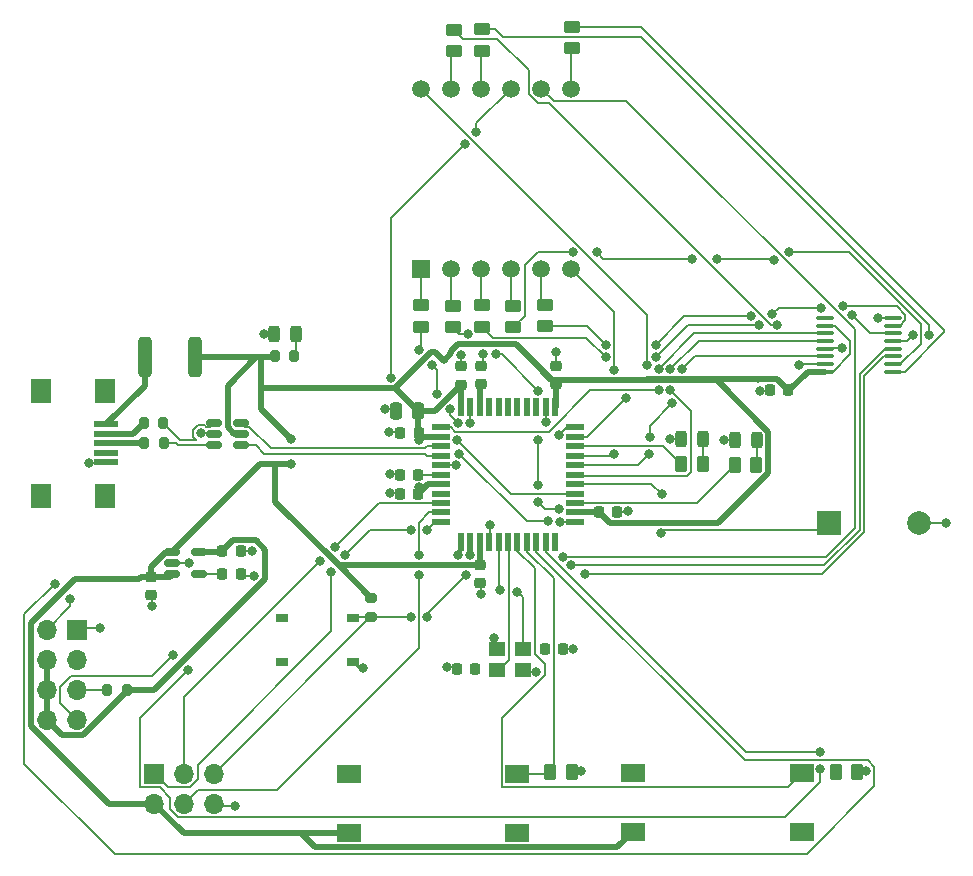
<source format=gbr>
%TF.GenerationSoftware,KiCad,Pcbnew,7.0.1-0*%
%TF.CreationDate,2023-04-20T13:11:41-06:00*%
%TF.ProjectId,Phase_B_ATMEGA_v3,50686173-655f-4425-9f41-544d4547415f,rev?*%
%TF.SameCoordinates,Original*%
%TF.FileFunction,Copper,L1,Top*%
%TF.FilePolarity,Positive*%
%FSLAX46Y46*%
G04 Gerber Fmt 4.6, Leading zero omitted, Abs format (unit mm)*
G04 Created by KiCad (PCBNEW 7.0.1-0) date 2023-04-20 13:11:41*
%MOMM*%
%LPD*%
G01*
G04 APERTURE LIST*
G04 Aperture macros list*
%AMRoundRect*
0 Rectangle with rounded corners*
0 $1 Rounding radius*
0 $2 $3 $4 $5 $6 $7 $8 $9 X,Y pos of 4 corners*
0 Add a 4 corners polygon primitive as box body*
4,1,4,$2,$3,$4,$5,$6,$7,$8,$9,$2,$3,0*
0 Add four circle primitives for the rounded corners*
1,1,$1+$1,$2,$3*
1,1,$1+$1,$4,$5*
1,1,$1+$1,$6,$7*
1,1,$1+$1,$8,$9*
0 Add four rect primitives between the rounded corners*
20,1,$1+$1,$2,$3,$4,$5,0*
20,1,$1+$1,$4,$5,$6,$7,0*
20,1,$1+$1,$6,$7,$8,$9,0*
20,1,$1+$1,$8,$9,$2,$3,0*%
G04 Aperture macros list end*
%TA.AperFunction,SMDPad,CuDef*%
%ADD10RoundRect,0.225000X-0.225000X-0.250000X0.225000X-0.250000X0.225000X0.250000X-0.225000X0.250000X0*%
%TD*%
%TA.AperFunction,SMDPad,CuDef*%
%ADD11RoundRect,0.225000X0.250000X-0.225000X0.250000X0.225000X-0.250000X0.225000X-0.250000X-0.225000X0*%
%TD*%
%TA.AperFunction,SMDPad,CuDef*%
%ADD12RoundRect,0.250000X-0.312500X-1.450000X0.312500X-1.450000X0.312500X1.450000X-0.312500X1.450000X0*%
%TD*%
%TA.AperFunction,SMDPad,CuDef*%
%ADD13RoundRect,0.250000X0.450000X-0.262500X0.450000X0.262500X-0.450000X0.262500X-0.450000X-0.262500X0*%
%TD*%
%TA.AperFunction,SMDPad,CuDef*%
%ADD14R,2.000000X1.500000*%
%TD*%
%TA.AperFunction,SMDPad,CuDef*%
%ADD15RoundRect,0.243750X-0.243750X-0.456250X0.243750X-0.456250X0.243750X0.456250X-0.243750X0.456250X0*%
%TD*%
%TA.AperFunction,SMDPad,CuDef*%
%ADD16RoundRect,0.250000X-0.262500X-0.450000X0.262500X-0.450000X0.262500X0.450000X-0.262500X0.450000X0*%
%TD*%
%TA.AperFunction,SMDPad,CuDef*%
%ADD17RoundRect,0.200000X0.200000X0.275000X-0.200000X0.275000X-0.200000X-0.275000X0.200000X-0.275000X0*%
%TD*%
%TA.AperFunction,SMDPad,CuDef*%
%ADD18RoundRect,0.250000X0.250000X0.475000X-0.250000X0.475000X-0.250000X-0.475000X0.250000X-0.475000X0*%
%TD*%
%TA.AperFunction,SMDPad,CuDef*%
%ADD19RoundRect,0.100000X0.637500X0.100000X-0.637500X0.100000X-0.637500X-0.100000X0.637500X-0.100000X0*%
%TD*%
%TA.AperFunction,SMDPad,CuDef*%
%ADD20R,1.700000X2.000000*%
%TD*%
%TA.AperFunction,SMDPad,CuDef*%
%ADD21R,2.000000X0.500000*%
%TD*%
%TA.AperFunction,SMDPad,CuDef*%
%ADD22RoundRect,0.250000X-0.450000X0.262500X-0.450000X-0.262500X0.450000X-0.262500X0.450000X0.262500X0*%
%TD*%
%TA.AperFunction,SMDPad,CuDef*%
%ADD23R,1.000000X0.700000*%
%TD*%
%TA.AperFunction,SMDPad,CuDef*%
%ADD24RoundRect,0.200000X-0.200000X-0.275000X0.200000X-0.275000X0.200000X0.275000X-0.200000X0.275000X0*%
%TD*%
%TA.AperFunction,SMDPad,CuDef*%
%ADD25RoundRect,0.150000X-0.512500X-0.150000X0.512500X-0.150000X0.512500X0.150000X-0.512500X0.150000X0*%
%TD*%
%TA.AperFunction,ComponentPad*%
%ADD26C,2.000000*%
%TD*%
%TA.AperFunction,ComponentPad*%
%ADD27R,2.000000X2.000000*%
%TD*%
%TA.AperFunction,SMDPad,CuDef*%
%ADD28RoundRect,0.200000X-0.275000X0.200000X-0.275000X-0.200000X0.275000X-0.200000X0.275000X0.200000X0*%
%TD*%
%TA.AperFunction,SMDPad,CuDef*%
%ADD29R,1.400000X1.200000*%
%TD*%
%TA.AperFunction,SMDPad,CuDef*%
%ADD30RoundRect,0.225000X-0.250000X0.225000X-0.250000X-0.225000X0.250000X-0.225000X0.250000X0.225000X0*%
%TD*%
%TA.AperFunction,ComponentPad*%
%ADD31O,1.700000X1.700000*%
%TD*%
%TA.AperFunction,ComponentPad*%
%ADD32R,1.700000X1.700000*%
%TD*%
%TA.AperFunction,SMDPad,CuDef*%
%ADD33RoundRect,0.225000X0.225000X0.250000X-0.225000X0.250000X-0.225000X-0.250000X0.225000X-0.250000X0*%
%TD*%
%TA.AperFunction,ComponentPad*%
%ADD34C,1.500000*%
%TD*%
%TA.AperFunction,ComponentPad*%
%ADD35R,1.500000X1.500000*%
%TD*%
%TA.AperFunction,SMDPad,CuDef*%
%ADD36R,0.550000X1.500000*%
%TD*%
%TA.AperFunction,SMDPad,CuDef*%
%ADD37R,1.500000X0.550000*%
%TD*%
%TA.AperFunction,ViaPad*%
%ADD38C,0.800000*%
%TD*%
%TA.AperFunction,Conductor*%
%ADD39C,0.508000*%
%TD*%
%TA.AperFunction,Conductor*%
%ADD40C,0.203200*%
%TD*%
%TA.AperFunction,Conductor*%
%ADD41C,0.200000*%
%TD*%
G04 APERTURE END LIST*
D10*
%TO.P,C15,2*%
%TO.N,GND*%
X148100000Y-75450000D03*
%TO.P,C15,1*%
%TO.N,Net-(U5-BP)*%
X146550000Y-75450000D03*
%TD*%
D11*
%TO.P,C5,2*%
%TO.N,GND*%
X166750000Y-57875000D03*
%TO.P,C5,1*%
%TO.N,+5V*%
X166750000Y-59425000D03*
%TD*%
D12*
%TO.P,F1,2*%
%TO.N,+5V*%
X144287500Y-57100000D03*
%TO.P,F1,1*%
%TO.N,Net-(J2-VBUS)*%
X140012500Y-57100000D03*
%TD*%
D10*
%TO.P,C2,2*%
%TO.N,XTAL1*%
X167950000Y-83500000D03*
%TO.P,C2,1*%
%TO.N,GND*%
X166400000Y-83500000D03*
%TD*%
D13*
%TO.P,R7,2*%
%TO.N,Net-(U1-c)*%
X171200000Y-52760000D03*
%TO.P,R7,1*%
%TO.N,c*%
X171200000Y-54585000D03*
%TD*%
D10*
%TO.P,C3,2*%
%TO.N,GND*%
X175400000Y-81800000D03*
%TO.P,C3,1*%
%TO.N,XTAL2*%
X173850000Y-81800000D03*
%TD*%
D13*
%TO.P,R9,2*%
%TO.N,Net-(U1-e)*%
X163400000Y-52685000D03*
%TO.P,R9,1*%
%TO.N,e*%
X163400000Y-54510000D03*
%TD*%
D14*
%TO.P,S1,D1,COM_2*%
%TO.N,unconnected-(S1-COM_2-PadD1)*%
X171550000Y-97400000D03*
%TO.P,S1,C1,COM_1*%
%TO.N,+5V*%
X157250000Y-97400000D03*
%TO.P,S1,B1,NO_2*%
%TO.N,Button_1*%
X171550000Y-92400000D03*
%TO.P,S1,A1,NO_1*%
%TO.N,unconnected-(S1-NO_1-PadA1)*%
X157250000Y-92400000D03*
%TD*%
D15*
%TO.P,D1,2,A*%
%TO.N,Net-(D1-A)*%
X187237500Y-64050000D03*
%TO.P,D1,1,K*%
%TO.N,GND*%
X185362500Y-64050000D03*
%TD*%
D14*
%TO.P,S2,D1,COM_2*%
%TO.N,unconnected-(S2-COM_2-PadD1)*%
X195600000Y-97300000D03*
%TO.P,S2,C1,COM_1*%
%TO.N,+5V*%
X181300000Y-97300000D03*
%TO.P,S2,B1,NO_2*%
%TO.N,Button_2*%
X195600000Y-92300000D03*
%TO.P,S2,A1,NO_1*%
%TO.N,unconnected-(S2-NO_1-PadA1)*%
X181300000Y-92300000D03*
%TD*%
D13*
%TO.P,R11,2*%
%TO.N,Net-(U1-g)*%
X173850000Y-52660000D03*
%TO.P,R11,1*%
%TO.N,g*%
X173850000Y-54485000D03*
%TD*%
D16*
%TO.P,R2,2*%
%TO.N,GND*%
X200325000Y-92250000D03*
%TO.P,R2,1*%
%TO.N,Button_2*%
X198500000Y-92250000D03*
%TD*%
D17*
%TO.P,R17,2*%
%TO.N,Net-(J3-Pin_5)*%
X136815000Y-85290000D03*
%TO.P,R17,1*%
%TO.N,+3.3V*%
X138465000Y-85290000D03*
%TD*%
D18*
%TO.P,C8,2*%
%TO.N,GND*%
X161250000Y-61650000D03*
%TO.P,C8,1*%
%TO.N,+5V*%
X163150000Y-61650000D03*
%TD*%
D19*
%TO.P,U2,16,VCC*%
%TO.N,+5V*%
X197587500Y-58325000D03*
%TO.P,U2,15,QA*%
%TO.N,a*%
X197587500Y-57675000D03*
%TO.P,U2,14,SER*%
%TO.N,DS*%
X197587500Y-57025000D03*
%TO.P,U2,13,~{OE}*%
%TO.N,GND*%
X197587500Y-56375000D03*
%TO.P,U2,12,RCLK*%
%TO.N,ST_CP*%
X197587500Y-55725000D03*
%TO.P,U2,11,SRCLK*%
%TO.N,SH_CP*%
X197587500Y-55075000D03*
%TO.P,U2,10,~{SRCLR}*%
%TO.N,+5V*%
X197587500Y-54425000D03*
%TO.P,U2,9,QH'*%
%TO.N,unconnected-(U2-QH'-Pad9)*%
X197587500Y-53775000D03*
%TO.P,U2,8,GND*%
%TO.N,GND*%
X203312500Y-53775000D03*
%TO.P,U2,7,QH*%
%TO.N,dp*%
X203312500Y-54425000D03*
%TO.P,U2,6,QG*%
%TO.N,g*%
X203312500Y-55075000D03*
%TO.P,U2,5,QF*%
%TO.N,f*%
X203312500Y-55725000D03*
%TO.P,U2,4,QE*%
%TO.N,e*%
X203312500Y-56375000D03*
%TO.P,U2,3,QD*%
%TO.N,d*%
X203312500Y-57025000D03*
%TO.P,U2,2,QC*%
%TO.N,c*%
X203312500Y-57675000D03*
%TO.P,U2,1,QB*%
%TO.N,b*%
X203312500Y-58325000D03*
%TD*%
D20*
%TO.P,J2,6,Shield*%
%TO.N,unconnected-(J2-Shield-Pad6)*%
X131175000Y-68850000D03*
X136625000Y-68850000D03*
X131175000Y-59950000D03*
X136625000Y-59950000D03*
D21*
%TO.P,J2,5,GND*%
%TO.N,GND*%
X136725000Y-66000000D03*
%TO.P,J2,4,ID*%
%TO.N,unconnected-(J2-ID-Pad4)*%
X136725000Y-65200000D03*
%TO.P,J2,3,D+*%
%TO.N,Net-(J2-D+)*%
X136725000Y-64400000D03*
%TO.P,J2,2,D-*%
%TO.N,Net-(J2-D-)*%
X136725000Y-63600000D03*
%TO.P,J2,1,VBUS*%
%TO.N,Net-(J2-VBUS)*%
X136725000Y-62800000D03*
%TD*%
D13*
%TO.P,R12,2*%
%TO.N,Net-(U1-DPX)*%
X168550000Y-52697500D03*
%TO.P,R12,1*%
%TO.N,dp*%
X168550000Y-54522500D03*
%TD*%
D15*
%TO.P,D2,2,A*%
%TO.N,Net-(D2-A)*%
X191850000Y-64150000D03*
%TO.P,D2,1,K*%
%TO.N,GND*%
X189975000Y-64150000D03*
%TD*%
D22*
%TO.P,R6,2*%
%TO.N,Net-(U1-b)*%
X176150000Y-30962500D03*
%TO.P,R6,1*%
%TO.N,b*%
X176150000Y-29137500D03*
%TD*%
D23*
%TO.P,S3,4*%
%TO.N,N/C*%
X151600000Y-79200000D03*
%TO.P,S3,3*%
%TO.N,RST*%
X157600000Y-79200000D03*
%TO.P,S3,2*%
%TO.N,N/C*%
X151600000Y-82900000D03*
%TO.P,S3,1*%
%TO.N,GND*%
X157600000Y-82900000D03*
%TD*%
D15*
%TO.P,D3,2,A*%
%TO.N,Net-(D3-A)*%
X152800000Y-55100000D03*
%TO.P,D3,1,K*%
%TO.N,GND*%
X150925000Y-55100000D03*
%TD*%
D24*
%TO.P,R14,2*%
%TO.N,USB_CONN_D+*%
X141600000Y-64400000D03*
%TO.P,R14,1*%
%TO.N,Net-(J2-D+)*%
X139950000Y-64400000D03*
%TD*%
D25*
%TO.P,U5,5,VOUT*%
%TO.N,+3.3V*%
X144600000Y-73600000D03*
%TO.P,U5,4,BP*%
%TO.N,Net-(U5-BP)*%
X144600000Y-75500000D03*
%TO.P,U5,3,ON/~{OFF}*%
%TO.N,+5V*%
X142325000Y-75500000D03*
%TO.P,U5,2,GND*%
%TO.N,GND*%
X142325000Y-74550000D03*
%TO.P,U5,1,VIN*%
%TO.N,+5V*%
X142325000Y-73600000D03*
%TD*%
D16*
%TO.P,R1,2*%
%TO.N,GND*%
X176125000Y-92200000D03*
%TO.P,R1,1*%
%TO.N,Button_1*%
X174300000Y-92200000D03*
%TD*%
D10*
%TO.P,C14,2*%
%TO.N,GND*%
X148100000Y-73550000D03*
%TO.P,C14,1*%
%TO.N,+3.3V*%
X146550000Y-73550000D03*
%TD*%
D26*
%TO.P,LS1,2,2*%
%TO.N,GND*%
X205550000Y-71100000D03*
D27*
%TO.P,LS1,1,1*%
%TO.N,Buzzer*%
X197950000Y-71100000D03*
%TD*%
D13*
%TO.P,R8,2*%
%TO.N,Net-(U1-d)*%
X166050000Y-52760000D03*
%TO.P,R8,1*%
%TO.N,d*%
X166050000Y-54585000D03*
%TD*%
D28*
%TO.P,R13,2*%
%TO.N,RST*%
X159150000Y-79100000D03*
%TO.P,R13,1*%
%TO.N,+5V*%
X159150000Y-77450000D03*
%TD*%
D22*
%TO.P,R10,2*%
%TO.N,Net-(U1-f)*%
X168550000Y-31162500D03*
%TO.P,R10,1*%
%TO.N,f*%
X168550000Y-29337500D03*
%TD*%
%TO.P,R5,2*%
%TO.N,Net-(U1-a)*%
X166150000Y-31200000D03*
%TO.P,R5,1*%
%TO.N,a*%
X166150000Y-29375000D03*
%TD*%
D10*
%TO.P,C11,2*%
%TO.N,GND*%
X179975000Y-70200000D03*
%TO.P,C11,1*%
%TO.N,+5V*%
X178425000Y-70200000D03*
%TD*%
D29*
%TO.P,Y1,4,4*%
%TO.N,GND*%
X169800000Y-81850000D03*
%TO.P,Y1,3,3*%
%TO.N,XTAL2*%
X172000000Y-81850000D03*
%TO.P,Y1,2,2*%
%TO.N,GND*%
X172000000Y-83550000D03*
%TO.P,Y1,1,1*%
%TO.N,XTAL1*%
X169800000Y-83550000D03*
%TD*%
D24*
%TO.P,R15,2*%
%TO.N,USB_CONN_D-*%
X141575000Y-62700000D03*
%TO.P,R15,1*%
%TO.N,Net-(J2-D-)*%
X139925000Y-62700000D03*
%TD*%
D16*
%TO.P,R3,2*%
%TO.N,Net-(D1-A)*%
X187250000Y-66150000D03*
%TO.P,R3,1*%
%TO.N,RED_LED*%
X185425000Y-66150000D03*
%TD*%
D24*
%TO.P,R16,2*%
%TO.N,Net-(D3-A)*%
X152645000Y-57015000D03*
%TO.P,R16,1*%
%TO.N,+5V*%
X150995000Y-57015000D03*
%TD*%
D30*
%TO.P,C6,2*%
%TO.N,GND*%
X168400000Y-76225000D03*
%TO.P,C6,1*%
%TO.N,+5V*%
X168400000Y-74675000D03*
%TD*%
D31*
%TO.P,J1,6,GND*%
%TO.N,GND*%
X145850000Y-94890000D03*
%TO.P,J1,5,~{RST}*%
%TO.N,RST*%
X145850000Y-92350000D03*
%TO.P,J1,4,MOSI*%
%TO.N,MOSI*%
X143310000Y-94890000D03*
%TO.P,J1,3,SCK*%
%TO.N,SCK*%
X143310000Y-92350000D03*
%TO.P,J1,2,VCC*%
%TO.N,+5V*%
X140770000Y-94890000D03*
D32*
%TO.P,J1,1,MISO*%
%TO.N,MISO*%
X140770000Y-92350000D03*
%TD*%
D11*
%TO.P,C4,2*%
%TO.N,GND*%
X174800000Y-57850000D03*
%TO.P,C4,1*%
%TO.N,+5V*%
X174800000Y-59400000D03*
%TD*%
D33*
%TO.P,C7,2*%
%TO.N,GND*%
X161625000Y-63500000D03*
%TO.P,C7,1*%
%TO.N,+5V*%
X163175000Y-63500000D03*
%TD*%
D34*
%TO.P,U1,12,CA1*%
%TO.N,Dig1*%
X163400000Y-34360000D03*
%TO.P,U1,11,a*%
%TO.N,Net-(U1-a)*%
X165940000Y-34360000D03*
%TO.P,U1,10,f*%
%TO.N,Net-(U1-f)*%
X168480000Y-34360000D03*
%TO.P,U1,9,CA2*%
%TO.N,Dig2*%
X171020000Y-34360000D03*
%TO.P,U1,8,CA3*%
%TO.N,Dig3*%
X173560000Y-34360000D03*
%TO.P,U1,7,b*%
%TO.N,Net-(U1-b)*%
X176100000Y-34360000D03*
%TO.P,U1,6,CA4*%
%TO.N,Dig4*%
X176100000Y-49600000D03*
%TO.P,U1,5,g*%
%TO.N,Net-(U1-g)*%
X173560000Y-49600000D03*
%TO.P,U1,4,c*%
%TO.N,Net-(U1-c)*%
X171020000Y-49600000D03*
%TO.P,U1,3,DPX*%
%TO.N,Net-(U1-DPX)*%
X168480000Y-49600000D03*
%TO.P,U1,2,d*%
%TO.N,Net-(U1-d)*%
X165940000Y-49600000D03*
D35*
%TO.P,U1,1,e*%
%TO.N,Net-(U1-e)*%
X163400000Y-49600000D03*
%TD*%
D16*
%TO.P,R4,2*%
%TO.N,Net-(D2-A)*%
X191785000Y-66210000D03*
%TO.P,R4,1*%
%TO.N,GREEN_LED*%
X189960000Y-66210000D03*
%TD*%
D36*
%TO.P,U3,44,AVCC*%
%TO.N,+5V*%
X166750000Y-61350000D03*
%TO.P,U3,43,GND*%
%TO.N,GND*%
X167550000Y-61350000D03*
%TO.P,U3,42,AREF*%
%TO.N,/AREF*%
X168350000Y-61350000D03*
%TO.P,U3,41,PF0*%
%TO.N,unconnected-(U3-PF0-Pad41)*%
X169150000Y-61350000D03*
%TO.P,U3,40,PF1*%
%TO.N,unconnected-(U3-PF1-Pad40)*%
X169950000Y-61350000D03*
%TO.P,U3,39,PF4*%
%TO.N,unconnected-(U3-PF4-Pad39)*%
X170750000Y-61350000D03*
%TO.P,U3,38,PF5*%
%TO.N,unconnected-(U3-PF5-Pad38)*%
X171550000Y-61350000D03*
%TO.P,U3,37,PF6*%
%TO.N,unconnected-(U3-PF6-Pad37)*%
X172350000Y-61350000D03*
%TO.P,U3,36,PF7*%
%TO.N,unconnected-(U3-PF7-Pad36)*%
X173150000Y-61350000D03*
%TO.P,U3,35,GND*%
%TO.N,GND*%
X173950000Y-61350000D03*
%TO.P,U3,34,VCC*%
%TO.N,+5V*%
X174750000Y-61350000D03*
D37*
%TO.P,U3,33,~{HWB}/PE2*%
%TO.N,GND*%
X176450000Y-63050000D03*
%TO.P,U3,32,PC7*%
%TO.N,Dig1*%
X176450000Y-63850000D03*
%TO.P,U3,31,PC6*%
%TO.N,RED_LED*%
X176450000Y-64650000D03*
%TO.P,U3,30,PB6*%
%TO.N,Dig4*%
X176450000Y-65450000D03*
%TO.P,U3,29,PB5*%
%TO.N,DS*%
X176450000Y-66250000D03*
%TO.P,U3,28,PB4*%
%TO.N,ST_CP*%
X176450000Y-67050000D03*
%TO.P,U3,27,PD7*%
%TO.N,Buzzer*%
X176450000Y-67850000D03*
%TO.P,U3,26,PD6*%
%TO.N,Dig2*%
X176450000Y-68650000D03*
%TO.P,U3,25,PD4*%
%TO.N,GREEN_LED*%
X176450000Y-69450000D03*
%TO.P,U3,24,AVCC*%
%TO.N,+5V*%
X176450000Y-70250000D03*
%TO.P,U3,23,GND*%
%TO.N,GND*%
X176450000Y-71050000D03*
D36*
%TO.P,U3,22,PD5*%
%TO.N,unconnected-(U3-PD5-Pad22)*%
X174750000Y-72750000D03*
%TO.P,U3,21,PD3*%
%TO.N,RX*%
X173950000Y-72750000D03*
%TO.P,U3,20,PD2*%
%TO.N,TX*%
X173150000Y-72750000D03*
%TO.P,U3,19,PD1*%
%TO.N,Button_1*%
X172350000Y-72750000D03*
%TO.P,U3,18,PD0*%
%TO.N,Button_2*%
X171550000Y-72750000D03*
%TO.P,U3,17,XTAL1*%
%TO.N,XTAL1*%
X170750000Y-72750000D03*
%TO.P,U3,16,XTAL2*%
%TO.N,XTAL2*%
X169950000Y-72750000D03*
%TO.P,U3,15,GND*%
%TO.N,GND*%
X169150000Y-72750000D03*
%TO.P,U3,14,VCC*%
%TO.N,+5V*%
X168350000Y-72750000D03*
%TO.P,U3,13,~{RESET}*%
%TO.N,RST*%
X167550000Y-72750000D03*
%TO.P,U3,12,PB7*%
%TO.N,Dig3*%
X166750000Y-72750000D03*
D37*
%TO.P,U3,11,PB3*%
%TO.N,MISO*%
X165050000Y-71050000D03*
%TO.P,U3,10,PB2*%
%TO.N,MOSI*%
X165050000Y-70250000D03*
%TO.P,U3,9,PB1*%
%TO.N,SCK*%
X165050000Y-69450000D03*
%TO.P,U3,8,PB0*%
%TO.N,unconnected-(U3-PB0-Pad8)*%
X165050000Y-68650000D03*
%TO.P,U3,7,VBUS*%
%TO.N,+5V*%
X165050000Y-67850000D03*
%TO.P,U3,6,UCAP*%
%TO.N,/UCAP*%
X165050000Y-67050000D03*
%TO.P,U3,5,UGND*%
%TO.N,GND*%
X165050000Y-66250000D03*
%TO.P,U3,4,D+*%
%TO.N,USB_D+*%
X165050000Y-65450000D03*
%TO.P,U3,3,D-*%
%TO.N,USB_D-*%
X165050000Y-64650000D03*
%TO.P,U3,2,UVCC*%
%TO.N,+5V*%
X165050000Y-63850000D03*
%TO.P,U3,1,PE6*%
%TO.N,SH_CP*%
X165050000Y-63050000D03*
%TD*%
D33*
%TO.P,C10,2*%
%TO.N,GND*%
X161600000Y-68650000D03*
%TO.P,C10,1*%
%TO.N,+5V*%
X163150000Y-68650000D03*
%TD*%
D25*
%TO.P,U4,6,I/O1*%
%TO.N,USB_D-*%
X148137500Y-62650000D03*
%TO.P,U4,5,VBUS*%
%TO.N,+5V*%
X148137500Y-63600000D03*
%TO.P,U4,4,I/O2*%
%TO.N,USB_D+*%
X148137500Y-64550000D03*
%TO.P,U4,3,I/O2*%
%TO.N,USB_CONN_D+*%
X145862500Y-64550000D03*
%TO.P,U4,2,GND*%
%TO.N,GND*%
X145862500Y-63600000D03*
%TO.P,U4,1,I/O1*%
%TO.N,USB_CONN_D-*%
X145862500Y-62650000D03*
%TD*%
D31*
%TO.P,J3,8,Pin_8*%
%TO.N,+3.3V*%
X131700000Y-87780000D03*
%TO.P,J3,7,Pin_7*%
%TO.N,RX*%
X134240000Y-87780000D03*
%TO.P,J3,6,Pin_6*%
%TO.N,+3.3V*%
X131700000Y-85240000D03*
%TO.P,J3,5,Pin_5*%
%TO.N,Net-(J3-Pin_5)*%
X134240000Y-85240000D03*
%TO.P,J3,4,Pin_4*%
%TO.N,+3.3V*%
X131700000Y-82700000D03*
%TO.P,J3,3,Pin_3*%
%TO.N,unconnected-(J3-Pin_3-Pad3)*%
X134240000Y-82700000D03*
%TO.P,J3,2,Pin_2*%
%TO.N,TX*%
X131700000Y-80160000D03*
D32*
%TO.P,J3,1,Pin_1*%
%TO.N,GND*%
X134240000Y-80160000D03*
%TD*%
D30*
%TO.P,C13,2*%
%TO.N,GND*%
X140500000Y-77225000D03*
%TO.P,C13,1*%
%TO.N,+5V*%
X140500000Y-75675000D03*
%TD*%
D33*
%TO.P,C9,2*%
%TO.N,GND*%
X161600000Y-67050000D03*
%TO.P,C9,1*%
%TO.N,/UCAP*%
X163150000Y-67050000D03*
%TD*%
%TO.P,C1,2*%
%TO.N,GND*%
X192925000Y-59900000D03*
%TO.P,C1,1*%
%TO.N,+5V*%
X194475000Y-59900000D03*
%TD*%
D11*
%TO.P,C12,2*%
%TO.N,GND*%
X168500000Y-57850000D03*
%TO.P,C12,1*%
%TO.N,/AREF*%
X168500000Y-59400000D03*
%TD*%
D38*
%TO.N,+5V*%
X152350000Y-66150000D03*
X163196495Y-64125500D03*
X152350000Y-64000000D03*
X163200000Y-68124500D03*
%TO.N,GND*%
X176250000Y-81800000D03*
X180900000Y-70150000D03*
X202100000Y-53750000D03*
X176950000Y-92100000D03*
X136200000Y-79990000D03*
X207800000Y-71150000D03*
X150050000Y-55100000D03*
X166800000Y-56900000D03*
X175100498Y-63700000D03*
X167550000Y-62700000D03*
X158500000Y-83400000D03*
X175150000Y-71050000D03*
X147650000Y-95100000D03*
X192050000Y-59950000D03*
X160750000Y-66950000D03*
X149100000Y-73550000D03*
X174850000Y-56700000D03*
X173150000Y-83750000D03*
X160750000Y-68600000D03*
X160650000Y-63450000D03*
X160300000Y-61450000D03*
X174000000Y-62600000D03*
X165550000Y-83350000D03*
X144762500Y-63550000D03*
X169600000Y-80850000D03*
X135250000Y-66100000D03*
X149250000Y-75600000D03*
X169200000Y-71350000D03*
X199000000Y-56350000D03*
X201050000Y-92100000D03*
X140600000Y-78150000D03*
X189000000Y-64100000D03*
X168450000Y-77150000D03*
X168650000Y-56850000D03*
X143700000Y-74550000D03*
X166350000Y-66250000D03*
X184450000Y-64000000D03*
%TO.N,XTAL2*%
X171502700Y-76950000D03*
X170100500Y-76850000D03*
%TO.N,MISO*%
X163901100Y-71700000D03*
X156928516Y-73871500D03*
X155796484Y-75303516D03*
X162498900Y-71700000D03*
%TO.N,SCK*%
X154846484Y-74353516D03*
X156078516Y-73171484D03*
%TO.N,MOSI*%
X163200000Y-75578500D03*
X163200000Y-73871500D03*
%TO.N,RST*%
X162498900Y-79100000D03*
X167200000Y-75578500D03*
X163901100Y-79100000D03*
X167495519Y-73871500D03*
%TO.N,TX*%
X132350000Y-76300000D03*
X133686449Y-77536449D03*
%TO.N,RX*%
X143657386Y-83607386D03*
X197150000Y-90547300D03*
X142350000Y-82350000D03*
X197199502Y-91949500D03*
%TO.N,Buzzer*%
X183750000Y-68722300D03*
X183700000Y-72003500D03*
%TO.N,a*%
X195400000Y-57726100D03*
X193550000Y-54373900D03*
%TO.N,c*%
X176249247Y-48200753D03*
X194520753Y-48179247D03*
X193254247Y-48895753D03*
X188435648Y-48814352D03*
X178240753Y-48209247D03*
X186350000Y-48750000D03*
%TO.N,d*%
X175101246Y-69945062D03*
X169700000Y-56849500D03*
X173300000Y-59950000D03*
X173250000Y-64102700D03*
X167329387Y-55142500D03*
X173300000Y-69351100D03*
X177250000Y-75450000D03*
X173300000Y-67948900D03*
%TO.N,e*%
X176067039Y-74703733D03*
X166587524Y-65262476D03*
X164708984Y-60258984D03*
X165866016Y-61516016D03*
X163171484Y-56521484D03*
X166550000Y-62700500D03*
X174100000Y-71000000D03*
X164303516Y-57803516D03*
%TO.N,f*%
X204998900Y-55263504D03*
X206401100Y-55250000D03*
%TO.N,g*%
X183250212Y-56050497D03*
X191287387Y-53649103D03*
X199852508Y-53511002D03*
X179048900Y-56100000D03*
%TO.N,dp*%
X191994142Y-54355858D03*
X197279247Y-52920753D03*
X199145753Y-52804247D03*
X193139788Y-53462456D03*
X179048900Y-57100000D03*
X183250212Y-57050000D03*
%TO.N,Dig4*%
X179693438Y-65301100D03*
X179750000Y-58171500D03*
%TO.N,Dig3*%
X166496016Y-73871500D03*
X175360284Y-73996978D03*
%TO.N,Dig2*%
X166419255Y-64102700D03*
X168065753Y-38034247D03*
X167124247Y-39075753D03*
X160871484Y-58821484D03*
%TO.N,Dig1*%
X182549112Y-57792080D03*
X180700000Y-60579600D03*
%TO.N,SH_CP*%
X183500000Y-58100000D03*
X183500000Y-59878500D03*
%TO.N,ST_CP*%
X184499177Y-58125500D03*
X184499503Y-59878500D03*
%TO.N,DS*%
X185508092Y-58108092D03*
X182700000Y-65301100D03*
X184633814Y-61004317D03*
X182750000Y-63898900D03*
%TD*%
D39*
%TO.N,+5V*%
X140500000Y-75675000D02*
X140500000Y-74858315D01*
X151050000Y-66150000D02*
X149775000Y-66150000D01*
D40*
X199701600Y-56866348D02*
X199701600Y-55701600D01*
D39*
X168350000Y-74725000D02*
X168400000Y-74675000D01*
X139683315Y-75675000D02*
X139466000Y-75892315D01*
X164196000Y-56704000D02*
X164604000Y-56704000D01*
X192800000Y-63413232D02*
X192800000Y-66903106D01*
X163150000Y-63475000D02*
X163175000Y-63500000D01*
X165946000Y-56754000D02*
X165946000Y-56546261D01*
X163200000Y-68600000D02*
X163150000Y-68650000D01*
X153200000Y-97400000D02*
X154404000Y-98604000D01*
X194475000Y-59900000D02*
X194533000Y-59900000D01*
X149850000Y-59700000D02*
X149850000Y-61500000D01*
X191829000Y-58979000D02*
X191900000Y-59050000D01*
X149450000Y-57100000D02*
X149850000Y-57100000D01*
X141758315Y-73600000D02*
X142325000Y-73600000D01*
%TO.N,+3.3V*%
X149378739Y-72621000D02*
X150150000Y-73392261D01*
X146500000Y-73600000D02*
X146550000Y-73550000D01*
X138465000Y-85290000D02*
X138465000Y-85399135D01*
X134780135Y-89084000D02*
X133004000Y-89084000D01*
D40*
%TO.N,MISO*%
X144461600Y-92827009D02*
X143787009Y-93501600D01*
%TO.N,RST*%
X159100000Y-79100000D02*
X159150000Y-79100000D01*
%TO.N,TX*%
X201198400Y-91248400D02*
X201751600Y-91801600D01*
%TO.N,RX*%
X132851600Y-84999791D02*
X133762991Y-84088400D01*
X142158400Y-95367009D02*
X142832991Y-96041600D01*
X142158400Y-94412991D02*
X142158400Y-95367009D01*
%TO.N,Button_1*%
X174100000Y-92400000D02*
X174300000Y-92200000D01*
%TO.N,Button_2*%
X173851600Y-84040613D02*
X173851600Y-83051600D01*
%TO.N,RED_LED*%
X179278500Y-64600000D02*
X179228500Y-64650000D01*
%TO.N,a*%
X174189895Y-35560105D02*
X173272918Y-35560105D01*
%TO.N,b*%
X207700000Y-54943313D02*
X207700000Y-54841600D01*
%TO.N,c*%
X173299247Y-48200753D02*
X172201600Y-49298400D01*
X205700000Y-55942948D02*
X205700000Y-54250000D01*
%TO.N,e*%
X200508000Y-71715410D02*
X197519677Y-74703733D01*
%TO.N,f*%
X170301600Y-29951600D02*
X169687500Y-29337500D01*
%TO.N,dp*%
X204400000Y-53992948D02*
X204400000Y-53557052D01*
D41*
%TO.N,USB_CONN_D+*%
X142638603Y-64400000D02*
X142788603Y-64550000D01*
%TO.N,USB_CONN_D-*%
X144062500Y-63260050D02*
X144472550Y-62850000D01*
X145052450Y-62850000D02*
X145202450Y-63000000D01*
X144322549Y-64099999D02*
X144062500Y-63839950D01*
D40*
%TO.N,Dig3*%
X197656222Y-73996978D02*
X200104800Y-71548400D01*
%TO.N,SH_CP*%
X166251600Y-63401600D02*
X165900000Y-63050000D01*
%TO.N,ST_CP*%
X186239100Y-66828480D02*
X185915980Y-67151600D01*
%TO.N,DS*%
X185500000Y-58125500D02*
X185500000Y-58116184D01*
D41*
%TO.N,USB_D-*%
X163749999Y-64825000D02*
X163924999Y-64650000D01*
X148487500Y-63000000D02*
X148836396Y-63000000D01*
%TO.N,USB_D+*%
X163749999Y-65275000D02*
X163924999Y-65450000D01*
X149401103Y-64550000D02*
X150126103Y-65275000D01*
D39*
%TO.N,+5V*%
X166750000Y-59425000D02*
X166750000Y-61350000D01*
X152350000Y-66150000D02*
X151050000Y-66150000D01*
X130396000Y-79619865D02*
X130396000Y-88346000D01*
X192800000Y-66903106D02*
X188553106Y-71150000D01*
X188411768Y-59025000D02*
X192800000Y-63413232D01*
X144287500Y-57100000D02*
X149450000Y-57100000D01*
X147021000Y-59529000D02*
X147021000Y-63050185D01*
X146187500Y-69737500D02*
X142325000Y-73600000D01*
X165300000Y-57400000D02*
X165946000Y-56754000D01*
X188553106Y-71150000D02*
X179375000Y-71150000D01*
X140500000Y-74858315D02*
X141758315Y-73600000D01*
X153200000Y-97400000D02*
X157250000Y-97400000D01*
X196104000Y-58329000D02*
X197587500Y-58329000D01*
X156425000Y-74725000D02*
X159150000Y-77450000D01*
X151050000Y-69350000D02*
X156425000Y-74725000D01*
X174800000Y-61300000D02*
X174750000Y-61350000D01*
X165946000Y-56546261D02*
X166496261Y-55996000D01*
X191900000Y-59050000D02*
X191979000Y-58971000D01*
X147021000Y-63050185D02*
X147570815Y-63600000D01*
X163525000Y-63850000D02*
X165050000Y-63850000D01*
D40*
X197587500Y-58325000D02*
X198242948Y-58325000D01*
D39*
X149850000Y-59700000D02*
X161200000Y-59700000D01*
X149775000Y-66150000D02*
X146187500Y-69737500D01*
X139466000Y-75892315D02*
X134123550Y-75892315D01*
X151050000Y-66150000D02*
X151050000Y-69350000D01*
X136940000Y-94890000D02*
X140770000Y-94890000D01*
X194533000Y-59900000D02*
X196104000Y-58329000D01*
X182529000Y-58979000D02*
X191829000Y-58979000D01*
X164604000Y-56704000D02*
X165300000Y-57400000D01*
X163175000Y-63500000D02*
X163175000Y-64104005D01*
X154404000Y-98604000D02*
X179996000Y-98604000D01*
X168400000Y-74675000D02*
X168400000Y-72800000D01*
X161200000Y-59700000D02*
X163150000Y-61650000D01*
X193546000Y-58971000D02*
X194475000Y-59900000D01*
X163200000Y-68124500D02*
X163200000Y-68600000D01*
X163950000Y-67850000D02*
X165050000Y-67850000D01*
X179996000Y-98604000D02*
X181300000Y-97300000D01*
X134123550Y-75892315D02*
X130396000Y-79619865D01*
X163150000Y-61650000D02*
X163150000Y-63475000D01*
X191979000Y-58971000D02*
X193546000Y-58971000D01*
X164525000Y-61650000D02*
X166750000Y-59425000D01*
X174800000Y-59400000D02*
X174800000Y-61300000D01*
X163175000Y-63500000D02*
X163525000Y-63850000D01*
X149850000Y-57100000D02*
X149850000Y-59700000D01*
X143280000Y-97400000D02*
X153200000Y-97400000D01*
X171396000Y-55996000D02*
X174800000Y-59400000D01*
X140500000Y-75675000D02*
X139683315Y-75675000D01*
X178425000Y-70200000D02*
X176500000Y-70200000D01*
X161200000Y-59700000D02*
X164196000Y-56704000D01*
X149850000Y-61500000D02*
X152350000Y-64000000D01*
X150910000Y-57100000D02*
X150995000Y-57015000D01*
X171396000Y-55996000D02*
X174425000Y-59025000D01*
D40*
X199701600Y-55701600D02*
X198425000Y-54425000D01*
D39*
X179375000Y-71150000D02*
X178425000Y-70200000D01*
D40*
X198242948Y-58325000D02*
X199701600Y-56866348D01*
D39*
X156425000Y-74725000D02*
X168350000Y-74725000D01*
X163175000Y-64104005D02*
X163196495Y-64125500D01*
X130396000Y-88346000D02*
X136940000Y-94890000D01*
X149450000Y-57100000D02*
X147021000Y-59529000D01*
X140500000Y-75675000D02*
X142150000Y-75675000D01*
X168400000Y-72800000D02*
X168350000Y-72750000D01*
X142150000Y-75675000D02*
X142325000Y-75500000D01*
X176500000Y-70200000D02*
X176450000Y-70250000D01*
X149850000Y-57100000D02*
X150910000Y-57100000D01*
X166496261Y-55996000D02*
X171396000Y-55996000D01*
X174425000Y-59025000D02*
X188411768Y-59025000D01*
X147570815Y-63600000D02*
X148137500Y-63600000D01*
X163150000Y-68650000D02*
X163950000Y-67850000D01*
X140770000Y-94890000D02*
X143280000Y-97400000D01*
X163150000Y-61650000D02*
X164525000Y-61650000D01*
D40*
X198425000Y-54425000D02*
X197587500Y-54425000D01*
%TO.N,GND*%
X176950000Y-92100000D02*
X176225000Y-92100000D01*
X143700000Y-74550000D02*
X142325000Y-74550000D01*
X174850000Y-57800000D02*
X174800000Y-57850000D01*
X166800000Y-57825000D02*
X166750000Y-57875000D01*
X158500000Y-83400000D02*
X158100000Y-83400000D01*
X173150000Y-83750000D02*
X172200000Y-83750000D01*
X179975000Y-70200000D02*
X180850000Y-70200000D01*
X180850000Y-70200000D02*
X180900000Y-70150000D01*
X168450000Y-77150000D02*
X168450000Y-76275000D01*
X175750498Y-63050000D02*
X176450000Y-63050000D01*
X140600000Y-78150000D02*
X140600000Y-77325000D01*
X169200000Y-71350000D02*
X169200000Y-72700000D01*
X175100498Y-63700000D02*
X175750498Y-63050000D01*
X175150000Y-71050000D02*
X176450000Y-71050000D01*
X174000000Y-62600000D02*
X174000000Y-61400000D01*
X201050000Y-92100000D02*
X200475000Y-92100000D01*
X149250000Y-75600000D02*
X148250000Y-75600000D01*
X192050000Y-59950000D02*
X192875000Y-59950000D01*
X172200000Y-83750000D02*
X172000000Y-83550000D01*
X146060000Y-95100000D02*
X145850000Y-94890000D01*
X145812500Y-63550000D02*
X145862500Y-63600000D01*
X192875000Y-59950000D02*
X192925000Y-59900000D01*
X166800000Y-56900000D02*
X166800000Y-57825000D01*
X185312500Y-64000000D02*
X185362500Y-64050000D01*
X169600000Y-81650000D02*
X169800000Y-81850000D01*
X160750000Y-66950000D02*
X161500000Y-66950000D01*
X148250000Y-75600000D02*
X148100000Y-75450000D01*
X165550000Y-83350000D02*
X166250000Y-83350000D01*
X189000000Y-64100000D02*
X189925000Y-64100000D01*
X167550000Y-62700000D02*
X167550000Y-61350000D01*
X174000000Y-61400000D02*
X173950000Y-61350000D01*
X150050000Y-55100000D02*
X150925000Y-55100000D01*
X168450000Y-76275000D02*
X168400000Y-76225000D01*
X176250000Y-81800000D02*
X175400000Y-81800000D01*
X199000000Y-56350000D02*
X197612500Y-56350000D01*
X158100000Y-83400000D02*
X157600000Y-82900000D01*
X161050000Y-61450000D02*
X161250000Y-61650000D01*
X176225000Y-92100000D02*
X176125000Y-92200000D01*
X136625000Y-66100000D02*
X136725000Y-66000000D01*
X169200000Y-72700000D02*
X169150000Y-72750000D01*
X160300000Y-61450000D02*
X161050000Y-61450000D01*
X189925000Y-64100000D02*
X189975000Y-64150000D01*
X168650000Y-56850000D02*
X168650000Y-57700000D01*
X160750000Y-68600000D02*
X161550000Y-68600000D01*
X200475000Y-92100000D02*
X200325000Y-92250000D01*
X166350000Y-66250000D02*
X165050000Y-66250000D01*
X203287500Y-53750000D02*
X203312500Y-53775000D01*
X136200000Y-79990000D02*
X134410000Y-79990000D01*
X161575000Y-63450000D02*
X161625000Y-63500000D01*
X169600000Y-80850000D02*
X169600000Y-81650000D01*
X140600000Y-77325000D02*
X140500000Y-77225000D01*
X207800000Y-71150000D02*
X207750000Y-71100000D01*
X168650000Y-57700000D02*
X168500000Y-57850000D01*
X147650000Y-95100000D02*
X146060000Y-95100000D01*
X160650000Y-63450000D02*
X161575000Y-63450000D01*
X202100000Y-53750000D02*
X203287500Y-53750000D01*
X174850000Y-56700000D02*
X174850000Y-57800000D01*
X207750000Y-71100000D02*
X205550000Y-71100000D01*
X161550000Y-68600000D02*
X161600000Y-68650000D01*
X149100000Y-73550000D02*
X148100000Y-73550000D01*
X197612500Y-56350000D02*
X197587500Y-56375000D01*
X184450000Y-64000000D02*
X185312500Y-64000000D01*
X161500000Y-66950000D02*
X161600000Y-67050000D01*
X144762500Y-63550000D02*
X145812500Y-63550000D01*
X134410000Y-79990000D02*
X134240000Y-80160000D01*
X135250000Y-66100000D02*
X136625000Y-66100000D01*
X166250000Y-83350000D02*
X166400000Y-83500000D01*
%TO.N,XTAL1*%
X170003200Y-83550000D02*
X170801600Y-82751600D01*
X169800000Y-83550000D02*
X170003200Y-83550000D01*
X170801600Y-72801600D02*
X170750000Y-72750000D01*
X170801600Y-82751600D02*
X170801600Y-72801600D01*
%TO.N,XTAL2*%
X172000000Y-77447300D02*
X171502700Y-76950000D01*
X170100500Y-76850000D02*
X169950000Y-76699500D01*
X172000000Y-81850000D02*
X172000000Y-77447300D01*
X169950000Y-76699500D02*
X169950000Y-72750000D01*
%TO.N,/UCAP*%
X163150000Y-67050000D02*
X165050000Y-67050000D01*
D39*
%TO.N,/AREF*%
X168500000Y-59400000D02*
X168350000Y-59550000D01*
X168350000Y-59550000D02*
X168350000Y-61350000D01*
%TO.N,+3.3V*%
X146550000Y-73550000D02*
X147479000Y-72621000D01*
X140767739Y-85290000D02*
X138465000Y-85290000D01*
X147479000Y-72621000D02*
X149378739Y-72621000D01*
X131700000Y-87780000D02*
X131700000Y-85240000D01*
X138465000Y-85399135D02*
X134780135Y-89084000D01*
X150150000Y-73392261D02*
X150150000Y-75907739D01*
X133004000Y-89084000D02*
X131700000Y-87780000D01*
X131700000Y-85240000D02*
X131700000Y-82700000D01*
X144600000Y-73600000D02*
X146500000Y-73600000D01*
X150150000Y-75907739D02*
X140767739Y-85290000D01*
D40*
%TO.N,Net-(U5-BP)*%
X144650000Y-75450000D02*
X144600000Y-75500000D01*
X146550000Y-75450000D02*
X144650000Y-75450000D01*
%TO.N,Net-(D1-A)*%
X187237500Y-66137500D02*
X187250000Y-66150000D01*
X187237500Y-64050000D02*
X187237500Y-66137500D01*
%TO.N,Net-(D2-A)*%
X191850000Y-64150000D02*
X191850000Y-66145000D01*
X191850000Y-66145000D02*
X191785000Y-66210000D01*
%TO.N,Net-(D3-A)*%
X152800000Y-55100000D02*
X152800000Y-56860000D01*
X152800000Y-56860000D02*
X152645000Y-57015000D01*
D39*
%TO.N,Net-(J2-VBUS)*%
X140012500Y-59512500D02*
X140012500Y-57100000D01*
X136725000Y-62800000D02*
X140012500Y-59512500D01*
D40*
%TO.N,MISO*%
X159100016Y-71700000D02*
X156928516Y-73871500D01*
X141921600Y-93501600D02*
X140770000Y-92350000D01*
X143787009Y-93501600D02*
X141921600Y-93501600D01*
X155796484Y-75303516D02*
X155796484Y-80253516D01*
X164551100Y-71050000D02*
X163901100Y-71700000D01*
X144461600Y-91588400D02*
X144461600Y-92827009D01*
X165050000Y-71050000D02*
X164551100Y-71050000D01*
X155796484Y-80253516D02*
X144461600Y-91588400D01*
X162498900Y-71700000D02*
X159100016Y-71700000D01*
%TO.N,SCK*%
X154846484Y-74353516D02*
X143310000Y-85890000D01*
X165050000Y-69450000D02*
X159800000Y-69450000D01*
X159800000Y-69450000D02*
X156078516Y-73171484D01*
X143310000Y-85890000D02*
X143310000Y-92350000D01*
%TO.N,MOSI*%
X163200000Y-71146800D02*
X163200000Y-73871500D01*
X165050000Y-70250000D02*
X164096800Y-70250000D01*
X144461600Y-93738400D02*
X143310000Y-94890000D01*
X163200000Y-75578500D02*
X163200000Y-81750000D01*
X151211600Y-93738400D02*
X144461600Y-93738400D01*
X164096800Y-70250000D02*
X163200000Y-71146800D01*
X163200000Y-81750000D02*
X151211600Y-93738400D01*
%TO.N,RST*%
X145850000Y-92350000D02*
X159100000Y-79100000D01*
X163901100Y-78877400D02*
X167200000Y-75578500D01*
X157700000Y-79100000D02*
X157600000Y-79200000D01*
X159150000Y-79100000D02*
X162746800Y-79100000D01*
X163901100Y-79100000D02*
X163901100Y-78877400D01*
X167495519Y-72804481D02*
X167550000Y-72750000D01*
X167495519Y-73871500D02*
X167495519Y-72804481D01*
X159150000Y-79100000D02*
X157700000Y-79100000D01*
X162746800Y-79100000D02*
X162498900Y-79100000D01*
D39*
%TO.N,Net-(J2-D-)*%
X139925000Y-62700000D02*
X139025000Y-63600000D01*
X139025000Y-63600000D02*
X136725000Y-63600000D01*
%TO.N,Net-(J2-D+)*%
X139950000Y-64400000D02*
X136725000Y-64400000D01*
D40*
%TO.N,TX*%
X133686449Y-78173551D02*
X131700000Y-80160000D01*
X201751600Y-93436800D02*
X196028800Y-99159600D01*
X201751600Y-91801600D02*
X201751600Y-93436800D01*
X137431200Y-99159600D02*
X129800000Y-91528400D01*
X173150000Y-73578200D02*
X190820200Y-91248400D01*
X129800000Y-91528400D02*
X129800000Y-78850000D01*
X129800000Y-78850000D02*
X132350000Y-76300000D01*
X173150000Y-72750000D02*
X173150000Y-73578200D01*
X133686449Y-77536449D02*
X133686449Y-78173551D01*
X196028800Y-99159600D02*
X137431200Y-99159600D01*
X190820200Y-91248400D02*
X201198400Y-91248400D01*
%TO.N,Net-(J3-Pin_5)*%
X136815000Y-85290000D02*
X136765000Y-85240000D01*
X136765000Y-85240000D02*
X134240000Y-85240000D01*
%TO.N,RX*%
X139618400Y-87646372D02*
X139618400Y-93501600D01*
X142832991Y-96041600D02*
X194211600Y-96041600D01*
X133762991Y-84088400D02*
X140611600Y-84088400D01*
X139618400Y-93501600D02*
X141247009Y-93501600D01*
X197150000Y-90547300D02*
X190919100Y-90547300D01*
X132851600Y-86391600D02*
X132851600Y-84999791D01*
X134240000Y-87780000D02*
X132851600Y-86391600D01*
X190919100Y-90547300D02*
X173950000Y-73578200D01*
X140611600Y-84088400D02*
X142350000Y-82350000D01*
X173950000Y-73578200D02*
X173950000Y-72750000D01*
X197199502Y-93053698D02*
X197199502Y-91949500D01*
X141247009Y-93501600D02*
X142158400Y-94412991D01*
X194211600Y-96041600D02*
X197199502Y-93053698D01*
X143657386Y-83607386D02*
X139618400Y-87646372D01*
%TO.N,Buzzer*%
X183750000Y-68722300D02*
X182877700Y-67850000D01*
X197950000Y-71100000D02*
X197344400Y-71705600D01*
X183997900Y-71705600D02*
X183700000Y-72003500D01*
X197344400Y-71705600D02*
X183997900Y-71705600D01*
X182877700Y-67850000D02*
X176450000Y-67850000D01*
%TO.N,Button_1*%
X171550000Y-92400000D02*
X174100000Y-92400000D01*
X174300000Y-92200000D02*
X174601600Y-91898400D01*
X172350000Y-73578200D02*
X172350000Y-72750000D01*
X174601600Y-75829800D02*
X172350000Y-73578200D01*
X174601600Y-91898400D02*
X174601600Y-75829800D01*
%TO.N,Button_2*%
X195600000Y-92300000D02*
X194448400Y-93451600D01*
X170248400Y-93451600D02*
X170248400Y-87643813D01*
X170248400Y-87643813D02*
X173851600Y-84040613D01*
X173851600Y-83051600D02*
X173001600Y-82201600D01*
X173001600Y-74951600D02*
X171550000Y-73500000D01*
X173001600Y-82201600D02*
X173001600Y-74951600D01*
X171550000Y-73500000D02*
X171550000Y-72750000D01*
X194448400Y-93451600D02*
X170248400Y-93451600D01*
%TO.N,RED_LED*%
X179228500Y-64650000D02*
X176450000Y-64650000D01*
X183875000Y-64600000D02*
X185425000Y-66150000D01*
X179278500Y-64600000D02*
X183875000Y-64600000D01*
%TO.N,GREEN_LED*%
X176476600Y-69423400D02*
X176450000Y-69450000D01*
X186746600Y-69423400D02*
X176476600Y-69423400D01*
X189960000Y-66210000D02*
X186746600Y-69423400D01*
%TO.N,a*%
X172508400Y-32808400D02*
X169851600Y-30151600D01*
X172508400Y-34795587D02*
X172508400Y-32808400D01*
X173272918Y-35560105D02*
X172508400Y-34795587D01*
X193003690Y-54373900D02*
X174189895Y-35560105D01*
X193550000Y-54373900D02*
X193003690Y-54373900D01*
X197587500Y-57675000D02*
X195451100Y-57675000D01*
X169851600Y-30151600D02*
X166926600Y-30151600D01*
X166926600Y-30151600D02*
X166150000Y-29375000D01*
X195451100Y-57675000D02*
X195400000Y-57726100D01*
%TO.N,Net-(U1-a)*%
X165940000Y-31410000D02*
X165940000Y-34360000D01*
X166150000Y-31200000D02*
X165940000Y-31410000D01*
%TO.N,b*%
X207700000Y-54841600D02*
X181995900Y-29137500D01*
X203312500Y-58325000D02*
X204318313Y-58325000D01*
X204318313Y-58325000D02*
X207700000Y-54943313D01*
X181995900Y-29137500D02*
X176150000Y-29137500D01*
%TO.N,Net-(U1-b)*%
X176150000Y-30962500D02*
X176100000Y-31012500D01*
X176100000Y-31012500D02*
X176100000Y-34360000D01*
%TO.N,c*%
X193172846Y-48814352D02*
X188435648Y-48814352D01*
X199629247Y-48179247D02*
X194520753Y-48179247D01*
X203967948Y-57675000D02*
X205700000Y-55942948D01*
X172201600Y-53583400D02*
X171200000Y-54585000D01*
X178781506Y-48750000D02*
X178240753Y-48209247D01*
X193254247Y-48895753D02*
X193172846Y-48814352D01*
X172201600Y-49298400D02*
X172201600Y-53583400D01*
X176249247Y-48200753D02*
X173299247Y-48200753D01*
X205700000Y-54250000D02*
X199629247Y-48179247D01*
X186350000Y-48750000D02*
X178781506Y-48750000D01*
X203312500Y-57675000D02*
X203967948Y-57675000D01*
%TO.N,Net-(U1-c)*%
X171020000Y-52580000D02*
X171020000Y-49600000D01*
X171200000Y-52760000D02*
X171020000Y-52580000D01*
%TO.N,d*%
X203312500Y-57025000D02*
X202577262Y-57025000D01*
X166607500Y-55142500D02*
X166050000Y-54585000D01*
X173893962Y-69945062D02*
X173300000Y-69351100D01*
X197343620Y-75450000D02*
X177250000Y-75450000D01*
X170199500Y-56849500D02*
X169700000Y-56849500D01*
X167329387Y-55142500D02*
X166607500Y-55142500D01*
X202577262Y-57025000D02*
X200911200Y-58691062D01*
X173300000Y-64152700D02*
X173250000Y-64102700D01*
X200911200Y-71882420D02*
X197343620Y-75450000D01*
X200911200Y-58691062D02*
X200911200Y-71882420D01*
X173300000Y-59950000D02*
X170199500Y-56849500D01*
X175101246Y-69945062D02*
X173893962Y-69945062D01*
X173300000Y-67948900D02*
X173300000Y-64152700D01*
%TO.N,Net-(U1-d)*%
X165940000Y-52650000D02*
X165940000Y-49600000D01*
X166050000Y-52760000D02*
X165940000Y-52650000D01*
%TO.N,e*%
X164708984Y-60258984D02*
X164708984Y-58208984D01*
X200508000Y-58524052D02*
X200508000Y-71715410D01*
X174100000Y-71000000D02*
X172325048Y-71000000D01*
X166550000Y-62700500D02*
X165866016Y-62016516D01*
X197519677Y-74703733D02*
X176067039Y-74703733D01*
X202657052Y-56375000D02*
X200508000Y-58524052D01*
X164708984Y-58208984D02*
X164303516Y-57803516D01*
X203312500Y-56375000D02*
X202657052Y-56375000D01*
X172325048Y-71000000D02*
X166587524Y-65262476D01*
X163171484Y-56521484D02*
X163400000Y-56292968D01*
X165866016Y-62016516D02*
X165866016Y-61516016D01*
X163400000Y-56292968D02*
X163400000Y-54510000D01*
%TO.N,Net-(U1-e)*%
X163400000Y-52685000D02*
X163400000Y-49600000D01*
%TO.N,f*%
X169687500Y-29337500D02*
X168550000Y-29337500D01*
X203312500Y-55725000D02*
X204537404Y-55725000D01*
X206401100Y-55250000D02*
X206401100Y-54380890D01*
X181971810Y-29951600D02*
X170301600Y-29951600D01*
X204537404Y-55725000D02*
X204998900Y-55263504D01*
X206401100Y-54380890D02*
X181971810Y-29951600D01*
%TO.N,Net-(U1-f)*%
X168480000Y-31232500D02*
X168480000Y-34360000D01*
X168550000Y-31162500D02*
X168480000Y-31232500D01*
%TO.N,g*%
X177433900Y-54485000D02*
X173850000Y-54485000D01*
X191287387Y-53649103D02*
X185651606Y-53649103D01*
X201416506Y-55075000D02*
X199852508Y-53511002D01*
X185651606Y-53649103D02*
X183250212Y-56050497D01*
X179048900Y-56100000D02*
X177433900Y-54485000D01*
X203312500Y-55075000D02*
X201416506Y-55075000D01*
%TO.N,Net-(U1-g)*%
X173850000Y-52660000D02*
X173560000Y-52370000D01*
X173560000Y-52370000D02*
X173560000Y-49600000D01*
%TO.N,dp*%
X179048900Y-57100000D02*
X177389300Y-55440400D01*
X203967948Y-54425000D02*
X204400000Y-53992948D01*
X169467900Y-55440400D02*
X168550000Y-54522500D01*
X185944354Y-54355858D02*
X183250212Y-57050000D01*
X193681491Y-52920753D02*
X193139788Y-53462456D01*
X177389300Y-55440400D02*
X169467900Y-55440400D01*
X197279247Y-52920753D02*
X193681491Y-52920753D01*
X204400000Y-53557052D02*
X203647195Y-52804247D01*
X203312500Y-54425000D02*
X203967948Y-54425000D01*
X191994142Y-54355858D02*
X185944354Y-54355858D01*
X203647195Y-52804247D02*
X199145753Y-52804247D01*
%TO.N,Net-(U1-DPX)*%
X168550000Y-52697500D02*
X168480000Y-52627500D01*
X168480000Y-52627500D02*
X168480000Y-49600000D01*
D41*
%TO.N,USB_CONN_D+*%
X141600000Y-64400000D02*
X142638603Y-64400000D01*
X142788603Y-64550000D02*
X145862500Y-64550000D01*
%TO.N,USB_CONN_D-*%
X144062500Y-63839950D02*
X144062500Y-63260050D01*
X141575000Y-62700000D02*
X142974999Y-64099999D01*
X145512500Y-63000000D02*
X145862500Y-62650000D01*
X144472550Y-62850000D02*
X145052450Y-62850000D01*
X145202450Y-63000000D02*
X145512500Y-63000000D01*
X142974999Y-64099999D02*
X144322549Y-64099999D01*
D40*
%TO.N,Dig4*%
X179544538Y-65450000D02*
X179693438Y-65301100D01*
X179750000Y-53250000D02*
X176100000Y-49600000D01*
X179750000Y-58171500D02*
X179750000Y-53250000D01*
X176450000Y-65450000D02*
X179544538Y-65450000D01*
%TO.N,Dig3*%
X174611600Y-35411600D02*
X173560000Y-34360000D01*
X175360284Y-73996978D02*
X197656222Y-73996978D01*
X200104800Y-71548400D02*
X200104800Y-54754800D01*
X200104800Y-54754800D02*
X180761600Y-35411600D01*
X166750000Y-73617516D02*
X166496016Y-73871500D01*
X180761600Y-35411600D02*
X174611600Y-35411600D01*
X166750000Y-72750000D02*
X166750000Y-73617516D01*
%TO.N,Dig2*%
X160871484Y-58821484D02*
X160871484Y-45328516D01*
X176450000Y-68650000D02*
X170966555Y-68650000D01*
X160871484Y-45328516D02*
X167124247Y-39075753D01*
X168065753Y-38034247D02*
X168065753Y-37314247D01*
X168065753Y-37314247D02*
X171020000Y-34360000D01*
X170966555Y-68650000D02*
X166419255Y-64102700D01*
%TO.N,Dig1*%
X177429600Y-63850000D02*
X176450000Y-63850000D01*
X163400000Y-34360000D02*
X182549112Y-53509112D01*
X182549112Y-53509112D02*
X182549112Y-57792080D01*
X180700000Y-60579600D02*
X177429600Y-63850000D01*
%TO.N,SH_CP*%
X186525000Y-55075000D02*
X183500000Y-58100000D01*
X165900000Y-63050000D02*
X165050000Y-63050000D01*
X174190613Y-63401600D02*
X166251600Y-63401600D01*
X197587500Y-55075000D02*
X186525000Y-55075000D01*
X183500000Y-59878500D02*
X177713713Y-59878500D01*
X177713713Y-59878500D02*
X174190613Y-63401600D01*
%TO.N,ST_CP*%
X184499503Y-59878500D02*
X186239100Y-61618097D01*
X197587500Y-55725000D02*
X186899677Y-55725000D01*
X186239100Y-61618097D02*
X186239100Y-66828480D01*
X186899677Y-55725000D02*
X184499177Y-58125500D01*
X185915980Y-67151600D02*
X176551600Y-67151600D01*
X176551600Y-67151600D02*
X176450000Y-67050000D01*
%TO.N,DS*%
X197587500Y-57025000D02*
X186600500Y-57025000D01*
X185500000Y-58116184D02*
X185508092Y-58108092D01*
X182700000Y-65301100D02*
X181751100Y-66250000D01*
X184633814Y-61004317D02*
X182750000Y-62888131D01*
X182750000Y-62888131D02*
X182750000Y-63898900D01*
X186600500Y-57025000D02*
X185500000Y-58125500D01*
X181751100Y-66250000D02*
X176450000Y-66250000D01*
D41*
%TO.N,USB_D-*%
X163924999Y-64650000D02*
X165050000Y-64650000D01*
X150661396Y-64825000D02*
X163749999Y-64825000D01*
X148137500Y-62650000D02*
X148487500Y-63000000D01*
X148836396Y-63000000D02*
X150661396Y-64825000D01*
%TO.N,USB_D+*%
X148137500Y-64550000D02*
X149401103Y-64550000D01*
X163924999Y-65450000D02*
X165050000Y-65450000D01*
X150126103Y-65275000D02*
X163749999Y-65275000D01*
%TD*%
M02*

</source>
